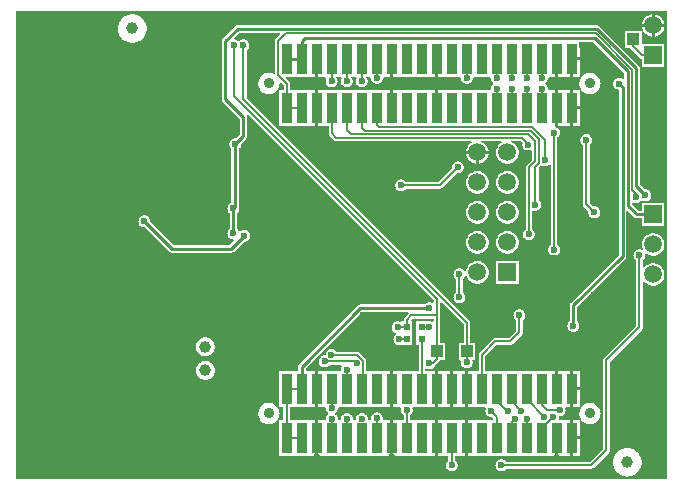
<source format=gbl>
%FSLAX24Y24*%
%MOIN*%
G70*
G01*
G75*
G04 Layer_Physical_Order=2*
G04 Layer_Color=16711680*
%ADD10C,0.0060*%
%ADD11O,0.0256X0.0079*%
%ADD12O,0.0079X0.0256*%
%ADD13R,0.1850X0.1850*%
%ADD14R,0.0295X0.0315*%
%ADD15R,0.0197X0.0256*%
%ADD16C,0.0394*%
%ADD17R,0.1181X0.0300*%
%ADD18R,0.2000X0.0950*%
%ADD19R,0.0299X0.0945*%
%ADD20R,0.0400X0.0300*%
%ADD21C,0.0098*%
G04:AMPARAMS|DCode=22|XSize=47.2mil|YSize=43.3mil|CornerRadius=0mil|HoleSize=0mil|Usage=FLASHONLY|Rotation=45.000|XOffset=0mil|YOffset=0mil|HoleType=Round|Shape=Rectangle|*
%AMROTATEDRECTD22*
4,1,4,-0.0014,-0.0320,-0.0320,-0.0014,0.0014,0.0320,0.0320,0.0014,-0.0014,-0.0320,0.0*
%
%ADD22ROTATEDRECTD22*%

%ADD23R,0.1083X0.0350*%
%ADD24R,0.0197X0.0236*%
%ADD25R,0.0315X0.0295*%
%ADD26R,0.0236X0.0157*%
%ADD27R,0.0236X0.0217*%
%ADD28C,0.0079*%
G04:AMPARAMS|DCode=29|XSize=19.7mil|YSize=23.6mil|CornerRadius=0mil|HoleSize=0mil|Usage=FLASHONLY|Rotation=45.000|XOffset=0mil|YOffset=0mil|HoleType=Round|Shape=Rectangle|*
%AMROTATEDRECTD29*
4,1,4,0.0014,-0.0153,-0.0153,0.0014,-0.0014,0.0153,0.0153,-0.0014,0.0014,-0.0153,0.0*
%
%ADD29ROTATEDRECTD29*%

%ADD30R,0.0217X0.0236*%
%ADD31R,0.0394X0.0709*%
%ADD32R,0.0236X0.0197*%
%ADD33C,0.0090*%
%ADD34C,0.0080*%
%ADD35C,0.0300*%
%ADD36C,0.0150*%
%ADD37C,0.0100*%
%ADD38C,0.0591*%
%ADD39R,0.0591X0.0591*%
%ADD40C,0.0354*%
%ADD41C,0.0236*%
%ADD42R,0.0354X0.1043*%
%ADD43R,0.0394X0.0394*%
%ADD44R,0.0394X0.0394*%
G36*
X21829Y131D02*
X131D01*
Y15729D01*
X21829D01*
Y131D01*
D02*
G37*
%LPC*%
G36*
X6434Y4871D02*
X6384Y4867D01*
X6336Y4855D01*
X6290Y4836D01*
X6247Y4810D01*
X6210Y4778D01*
X6177Y4740D01*
X6151Y4698D01*
X6132Y4652D01*
X6121Y4603D01*
X6117Y4554D01*
X6121Y4504D01*
X6132Y4456D01*
X6151Y4410D01*
X6177Y4367D01*
X6210Y4329D01*
X6247Y4297D01*
X6290Y4271D01*
X6336Y4252D01*
X6384Y4240D01*
X6434Y4236D01*
X6483Y4240D01*
X6532Y4252D01*
X6578Y4271D01*
X6620Y4297D01*
X6658Y4329D01*
X6690Y4367D01*
X6716Y4410D01*
X6736Y4456D01*
X6747Y4504D01*
X6751Y4554D01*
X6747Y4603D01*
X6736Y4652D01*
X6716Y4698D01*
X6690Y4740D01*
X6658Y4778D01*
X6620Y4810D01*
X6578Y4836D01*
X6532Y4855D01*
X6483Y4867D01*
X6434Y4871D01*
D02*
G37*
G36*
X10634Y4475D02*
X10595Y4472D01*
X10558Y4460D01*
X10523Y4442D01*
X10493Y4417D01*
X10468Y4387D01*
X10450Y4353D01*
X10439Y4315D01*
X10435Y4276D01*
X10420Y4262D01*
X10414Y4262D01*
X10375Y4258D01*
X10338Y4247D01*
X10303Y4229D01*
X10273Y4204D01*
X10248Y4174D01*
X10230Y4139D01*
X10219Y4102D01*
X10215Y4063D01*
X10219Y4024D01*
X10230Y3987D01*
X10248Y3953D01*
X10273Y3922D01*
X10303Y3898D01*
X10338Y3879D01*
X10375Y3868D01*
X10414Y3864D01*
X10453Y3868D01*
X10490Y3879D01*
X10524Y3898D01*
X10555Y3922D01*
X10579Y3952D01*
X10968D01*
X10990Y3907D01*
X10984Y3901D01*
X10966Y3866D01*
X10955Y3829D01*
X10951Y3790D01*
X10951Y3788D01*
X10918Y3751D01*
X10200D01*
Y3149D01*
Y2547D01*
X10417D01*
X10451Y2510D01*
X10451Y2509D01*
X10455Y2470D01*
X10466Y2433D01*
X10484Y2398D01*
X10509Y2368D01*
X10527Y2354D01*
Y2304D01*
X10509Y2290D01*
X10484Y2259D01*
X10466Y2225D01*
X10455Y2188D01*
X10451Y2149D01*
X10418Y2113D01*
X10200D01*
Y1511D01*
Y909D01*
X12600D01*
Y1511D01*
Y2113D01*
X12381D01*
X12347Y2150D01*
X12349Y2170D01*
X12345Y2209D01*
X12334Y2246D01*
X12316Y2281D01*
X12291Y2311D01*
X12261Y2336D01*
X12226Y2354D01*
X12189Y2365D01*
X12150Y2369D01*
X12111Y2365D01*
X12074Y2354D01*
X12039Y2336D01*
X12009Y2311D01*
X11984Y2281D01*
X11966Y2246D01*
X11955Y2209D01*
X11951Y2170D01*
X11953Y2150D01*
X11926Y2120D01*
X11876D01*
X11849Y2149D01*
X11845Y2188D01*
X11834Y2225D01*
X11816Y2259D01*
X11791Y2290D01*
X11761Y2314D01*
X11726Y2333D01*
X11689Y2344D01*
X11650Y2348D01*
X11611Y2344D01*
X11574Y2333D01*
X11539Y2314D01*
X11509Y2290D01*
X11484Y2259D01*
X11466Y2225D01*
X11455Y2188D01*
X11451Y2149D01*
X11425Y2120D01*
X11375D01*
X11349Y2149D01*
X11345Y2188D01*
X11334Y2225D01*
X11316Y2259D01*
X11291Y2290D01*
X11261Y2314D01*
X11226Y2333D01*
X11189Y2344D01*
X11150Y2348D01*
X11111Y2344D01*
X11074Y2333D01*
X11039Y2314D01*
X11009Y2290D01*
X10984Y2259D01*
X10966Y2225D01*
X10955Y2188D01*
X10951Y2149D01*
X10925Y2120D01*
X10875D01*
X10849Y2149D01*
X10845Y2188D01*
X10834Y2225D01*
X10816Y2259D01*
X10791Y2290D01*
X10761Y2314D01*
Y2343D01*
X10791Y2368D01*
X10816Y2398D01*
X10834Y2433D01*
X10845Y2470D01*
X10849Y2509D01*
X10849Y2510D01*
X10883Y2547D01*
X12600D01*
Y3149D01*
Y3751D01*
X11801D01*
Y4090D01*
X11797Y4119D01*
X11786Y4145D01*
X11778Y4155D01*
X11768Y4168D01*
X11768Y4168D01*
X11582Y4355D01*
X11559Y4372D01*
X11551Y4376D01*
X11532Y4384D01*
X11504Y4387D01*
X10799D01*
X10775Y4417D01*
X10744Y4442D01*
X10710Y4460D01*
X10673Y4472D01*
X10634Y4475D01*
D02*
G37*
G36*
X18907Y3751D02*
X18700D01*
Y3199D01*
X18907D01*
Y3751D01*
D02*
G37*
G36*
X6434Y4083D02*
X6384Y4080D01*
X6336Y4068D01*
X6290Y4049D01*
X6247Y4023D01*
X6210Y3991D01*
X6177Y3953D01*
X6151Y3910D01*
X6132Y3864D01*
X6121Y3816D01*
X6117Y3766D01*
X6121Y3717D01*
X6132Y3668D01*
X6151Y3622D01*
X6177Y3580D01*
X6210Y3542D01*
X6247Y3510D01*
X6290Y3484D01*
X6336Y3465D01*
X6384Y3453D01*
X6434Y3449D01*
X6483Y3453D01*
X6532Y3465D01*
X6578Y3484D01*
X6620Y3510D01*
X6658Y3542D01*
X6690Y3580D01*
X6716Y3622D01*
X6736Y3668D01*
X6747Y3717D01*
X6751Y3766D01*
X6747Y3816D01*
X6736Y3864D01*
X6716Y3910D01*
X6690Y3953D01*
X6658Y3991D01*
X6620Y4023D01*
X6578Y4049D01*
X6532Y4068D01*
X6483Y4080D01*
X6434Y4083D01*
D02*
G37*
G36*
X16875Y7405D02*
X16125D01*
Y6655D01*
X16875D01*
Y7405D01*
D02*
G37*
G36*
X16500Y8406D02*
X16451Y8403D01*
X16403Y8393D01*
X16356Y8377D01*
X16312Y8356D01*
X16271Y8328D01*
X16234Y8296D01*
X16202Y8259D01*
X16174Y8218D01*
X16153Y8174D01*
X16137Y8127D01*
X16127Y8079D01*
X16124Y8030D01*
X16127Y7981D01*
X16137Y7933D01*
X16153Y7886D01*
X16174Y7842D01*
X16202Y7801D01*
X16234Y7764D01*
X16271Y7732D01*
X16312Y7704D01*
X16356Y7683D01*
X16403Y7667D01*
X16451Y7657D01*
X16500Y7654D01*
X16549Y7657D01*
X16597Y7667D01*
X16644Y7683D01*
X16688Y7704D01*
X16729Y7732D01*
X16766Y7764D01*
X16798Y7801D01*
X16826Y7842D01*
X16847Y7886D01*
X16863Y7933D01*
X16873Y7981D01*
X16876Y8030D01*
X16873Y8079D01*
X16863Y8127D01*
X16847Y8174D01*
X16826Y8218D01*
X16798Y8259D01*
X16766Y8296D01*
X16729Y8328D01*
X16688Y8356D01*
X16644Y8377D01*
X16597Y8393D01*
X16549Y8403D01*
X16500Y8406D01*
D02*
G37*
G36*
X21360Y8337D02*
X21311Y8334D01*
X21263Y8324D01*
X21216Y8309D01*
X21172Y8287D01*
X21131Y8259D01*
X21094Y8227D01*
X21062Y8190D01*
X21034Y8149D01*
X21013Y8105D01*
X20997Y8058D01*
X20987Y8010D01*
X20984Y7961D01*
X20987Y7912D01*
X20997Y7864D01*
X21013Y7817D01*
X21012Y7814D01*
X20972Y7785D01*
X20939Y7795D01*
X20900Y7799D01*
X20861Y7795D01*
X20824Y7784D01*
X20789Y7766D01*
X20759Y7741D01*
X20734Y7711D01*
X20716Y7676D01*
X20705Y7639D01*
X20701Y7600D01*
X20705Y7561D01*
X20716Y7524D01*
X20734Y7489D01*
X20759Y7459D01*
X20789Y7435D01*
Y5246D01*
X19722Y4178D01*
X19704Y4155D01*
X19701Y4148D01*
X19693Y4129D01*
X19689Y4100D01*
Y1146D01*
X19254Y711D01*
X16465D01*
X16441Y741D01*
X16411Y766D01*
X16376Y784D01*
X16339Y795D01*
X16300Y799D01*
X16261Y795D01*
X16224Y784D01*
X16189Y766D01*
X16159Y741D01*
X16134Y711D01*
X16116Y676D01*
X16105Y639D01*
X16101Y600D01*
X16105Y561D01*
X16116Y524D01*
X16134Y489D01*
X16159Y459D01*
X16189Y434D01*
X16224Y416D01*
X16261Y405D01*
X16300Y401D01*
X16339Y405D01*
X16376Y416D01*
X16411Y434D01*
X16441Y459D01*
X16465Y489D01*
X19300D01*
X19329Y493D01*
X19348Y501D01*
X19355Y504D01*
X19378Y522D01*
X19878Y1022D01*
X19896Y1045D01*
X19896Y1045D01*
X19896Y1045D01*
X19907Y1071D01*
X19911Y1100D01*
Y4054D01*
X20978Y5122D01*
X20996Y5145D01*
X21007Y5171D01*
X21011Y5200D01*
X21011Y5200D01*
X21011Y5200D01*
Y5200D01*
Y6722D01*
X21059Y6736D01*
X21062Y6732D01*
X21094Y6695D01*
X21131Y6663D01*
X21172Y6635D01*
X21216Y6614D01*
X21263Y6598D01*
X21311Y6588D01*
X21360Y6585D01*
X21409Y6588D01*
X21457Y6598D01*
X21504Y6614D01*
X21548Y6635D01*
X21589Y6663D01*
X21626Y6695D01*
X21658Y6732D01*
X21686Y6773D01*
X21707Y6817D01*
X21723Y6864D01*
X21733Y6912D01*
X21736Y6961D01*
X21733Y7010D01*
X21723Y7058D01*
X21707Y7105D01*
X21686Y7149D01*
X21658Y7190D01*
X21626Y7227D01*
X21589Y7259D01*
X21548Y7287D01*
X21504Y7309D01*
X21457Y7324D01*
X21409Y7334D01*
X21360Y7337D01*
X21311Y7334D01*
X21263Y7324D01*
X21216Y7309D01*
X21172Y7287D01*
X21131Y7259D01*
X21094Y7227D01*
X21062Y7190D01*
X21059Y7186D01*
X21011Y7200D01*
Y7435D01*
X21041Y7459D01*
X21066Y7489D01*
X21084Y7524D01*
X21095Y7561D01*
X21099Y7600D01*
X21096Y7632D01*
X21139Y7658D01*
X21172Y7635D01*
X21216Y7614D01*
X21263Y7598D01*
X21311Y7588D01*
X21360Y7585D01*
X21409Y7588D01*
X21457Y7598D01*
X21504Y7614D01*
X21548Y7635D01*
X21589Y7663D01*
X21626Y7695D01*
X21658Y7732D01*
X21686Y7773D01*
X21707Y7817D01*
X21723Y7864D01*
X21733Y7912D01*
X21736Y7961D01*
X21733Y8010D01*
X21723Y8058D01*
X21707Y8105D01*
X21686Y8149D01*
X21658Y8190D01*
X21626Y8227D01*
X21589Y8259D01*
X21548Y8287D01*
X21504Y8309D01*
X21457Y8324D01*
X21409Y8334D01*
X21360Y8337D01*
D02*
G37*
G36*
X15500Y7406D02*
X15451Y7403D01*
X15403Y7393D01*
X15356Y7377D01*
X15312Y7356D01*
X15271Y7328D01*
X15234Y7296D01*
X15202Y7259D01*
X15174Y7218D01*
X15153Y7174D01*
X15137Y7127D01*
X15127Y7079D01*
X15126Y7069D01*
X15078Y7058D01*
X15066Y7081D01*
X15041Y7111D01*
X15011Y7136D01*
X14976Y7154D01*
X14939Y7165D01*
X14900Y7169D01*
X14861Y7165D01*
X14824Y7154D01*
X14789Y7136D01*
X14759Y7111D01*
X14734Y7081D01*
X14716Y7046D01*
X14705Y7009D01*
X14701Y6970D01*
X14705Y6931D01*
X14716Y6894D01*
X14734Y6859D01*
X14759Y6829D01*
X14789Y6805D01*
Y6365D01*
X14759Y6341D01*
X14734Y6311D01*
X14716Y6276D01*
X14705Y6239D01*
X14701Y6200D01*
X14705Y6161D01*
X14716Y6124D01*
X14734Y6089D01*
X14759Y6059D01*
X14789Y6034D01*
X14824Y6016D01*
X14861Y6005D01*
X14900Y6001D01*
X14939Y6005D01*
X14976Y6016D01*
X15011Y6034D01*
X15041Y6059D01*
X15066Y6089D01*
X15084Y6124D01*
X15095Y6161D01*
X15099Y6200D01*
X15095Y6239D01*
X15084Y6276D01*
X15066Y6311D01*
X15041Y6341D01*
X15011Y6365D01*
Y6805D01*
X15041Y6829D01*
X15066Y6859D01*
X15084Y6894D01*
X15091Y6918D01*
X15141Y6919D01*
X15153Y6886D01*
X15174Y6842D01*
X15202Y6801D01*
X15234Y6764D01*
X15271Y6732D01*
X15312Y6704D01*
X15356Y6683D01*
X15403Y6667D01*
X15451Y6657D01*
X15500Y6654D01*
X15549Y6657D01*
X15597Y6667D01*
X15644Y6683D01*
X15688Y6704D01*
X15729Y6732D01*
X15766Y6764D01*
X15798Y6801D01*
X15826Y6842D01*
X15847Y6886D01*
X15863Y6933D01*
X15873Y6981D01*
X15876Y7030D01*
X15873Y7079D01*
X15863Y7127D01*
X15847Y7174D01*
X15826Y7218D01*
X15798Y7259D01*
X15766Y7296D01*
X15729Y7328D01*
X15688Y7356D01*
X15644Y7377D01*
X15597Y7393D01*
X15549Y7403D01*
X15500Y7406D01*
D02*
G37*
G36*
Y8406D02*
X15451Y8403D01*
X15403Y8393D01*
X15356Y8377D01*
X15312Y8356D01*
X15271Y8328D01*
X15234Y8296D01*
X15202Y8259D01*
X15174Y8218D01*
X15153Y8174D01*
X15137Y8127D01*
X15127Y8079D01*
X15124Y8030D01*
X15127Y7981D01*
X15137Y7933D01*
X15153Y7886D01*
X15174Y7842D01*
X15202Y7801D01*
X15234Y7764D01*
X15271Y7732D01*
X15312Y7704D01*
X15356Y7683D01*
X15403Y7667D01*
X15451Y7657D01*
X15500Y7654D01*
X15549Y7657D01*
X15597Y7667D01*
X15644Y7683D01*
X15688Y7704D01*
X15729Y7732D01*
X15766Y7764D01*
X15798Y7801D01*
X15826Y7842D01*
X15847Y7886D01*
X15863Y7933D01*
X15873Y7981D01*
X15876Y8030D01*
X15873Y8079D01*
X15863Y8127D01*
X15847Y8174D01*
X15826Y8218D01*
X15798Y8259D01*
X15766Y8296D01*
X15729Y8328D01*
X15688Y8356D01*
X15644Y8377D01*
X15597Y8393D01*
X15549Y8403D01*
X15500Y8406D01*
D02*
G37*
G36*
X18907Y3099D02*
X18700D01*
Y2547D01*
X18907D01*
Y3099D01*
D02*
G37*
G36*
X16900Y5799D02*
X16861Y5795D01*
X16824Y5784D01*
X16789Y5766D01*
X16759Y5741D01*
X16734Y5711D01*
X16716Y5676D01*
X16705Y5639D01*
X16701Y5600D01*
X16705Y5561D01*
X16716Y5524D01*
X16734Y5489D01*
X16759Y5459D01*
X16789Y5435D01*
Y5076D01*
X16554Y4841D01*
X16100D01*
X16071Y4837D01*
X16045Y4826D01*
X16022Y4808D01*
X15572Y4358D01*
X15554Y4335D01*
X15543Y4309D01*
X15539Y4280D01*
Y3751D01*
X15200D01*
Y3149D01*
Y2547D01*
X15765D01*
X15791Y2504D01*
X15786Y2495D01*
X15775Y2458D01*
X15771Y2419D01*
X15775Y2380D01*
X15786Y2343D01*
X15804Y2308D01*
X15829Y2278D01*
X15859Y2253D01*
X15894Y2235D01*
X15931Y2224D01*
X15970Y2220D01*
X15972Y2220D01*
X16033Y2159D01*
X16014Y2113D01*
X15200D01*
Y1511D01*
Y909D01*
X18100D01*
Y1511D01*
X18200D01*
Y909D01*
X18600D01*
Y1511D01*
Y2113D01*
X18248D01*
X18219Y2153D01*
X18227Y2180D01*
X18231Y2219D01*
X18230Y2230D01*
X18240Y2240D01*
X18279Y2244D01*
X18316Y2255D01*
X18351Y2273D01*
X18381Y2298D01*
X18406Y2328D01*
X18424Y2363D01*
X18435Y2400D01*
X18439Y2439D01*
X18435Y2478D01*
X18424Y2515D01*
X18443Y2547D01*
X18600D01*
Y3149D01*
Y3751D01*
X18200D01*
Y3149D01*
X18100D01*
Y3751D01*
X15761D01*
Y4234D01*
X16146Y4619D01*
X16600D01*
X16629Y4623D01*
X16648Y4631D01*
X16655Y4634D01*
X16678Y4652D01*
X16978Y4952D01*
X16996Y4975D01*
X16999Y4982D01*
X17007Y5001D01*
X17011Y5030D01*
Y5435D01*
X17041Y5459D01*
X17066Y5489D01*
X17084Y5524D01*
X17095Y5561D01*
X17099Y5600D01*
X17095Y5639D01*
X17084Y5676D01*
X17066Y5711D01*
X17041Y5741D01*
X17011Y5766D01*
X16976Y5784D01*
X16939Y5795D01*
X16900Y5799D01*
D02*
G37*
G36*
X18907Y1461D02*
X18700D01*
Y909D01*
X18907D01*
Y1461D01*
D02*
G37*
G36*
X20500Y1176D02*
X20447Y1173D01*
X20394Y1164D01*
X20343Y1150D01*
X20293Y1129D01*
X20247Y1103D01*
X20203Y1072D01*
X20163Y1037D01*
X20128Y997D01*
X20097Y953D01*
X20071Y907D01*
X20050Y857D01*
X20036Y806D01*
X20027Y753D01*
X20024Y700D01*
X20027Y647D01*
X20036Y594D01*
X20050Y543D01*
X20071Y493D01*
X20097Y447D01*
X20128Y403D01*
X20163Y363D01*
X20203Y328D01*
X20247Y297D01*
X20293Y271D01*
X20343Y250D01*
X20394Y236D01*
X20447Y227D01*
X20500Y224D01*
X20553Y227D01*
X20606Y236D01*
X20657Y250D01*
X20707Y271D01*
X20753Y297D01*
X20797Y328D01*
X20837Y363D01*
X20872Y403D01*
X20903Y447D01*
X20929Y493D01*
X20950Y543D01*
X20964Y594D01*
X20973Y647D01*
X20976Y700D01*
X20973Y753D01*
X20964Y806D01*
X20950Y857D01*
X20929Y907D01*
X20903Y953D01*
X20872Y997D01*
X20837Y1037D01*
X20797Y1072D01*
X20753Y1103D01*
X20707Y1129D01*
X20657Y1150D01*
X20606Y1164D01*
X20553Y1173D01*
X20500Y1176D01*
D02*
G37*
G36*
X15100Y2113D02*
X14200D01*
Y1511D01*
Y909D01*
X14529D01*
Y757D01*
X14509Y741D01*
X14484Y711D01*
X14466Y676D01*
X14455Y639D01*
X14451Y600D01*
X14455Y561D01*
X14466Y524D01*
X14484Y489D01*
X14509Y459D01*
X14539Y434D01*
X14574Y416D01*
X14611Y405D01*
X14650Y401D01*
X14689Y405D01*
X14726Y416D01*
X14761Y434D01*
X14791Y459D01*
X14816Y489D01*
X14834Y524D01*
X14845Y561D01*
X14849Y600D01*
X14845Y639D01*
X14834Y676D01*
X14816Y711D01*
X14791Y741D01*
X14771Y757D01*
Y909D01*
X15100D01*
Y1511D01*
Y2113D01*
D02*
G37*
G36*
X18907D02*
X18700D01*
Y1561D01*
X18907D01*
Y2113D01*
D02*
G37*
G36*
X14600Y3751D02*
X14200D01*
Y3149D01*
Y2547D01*
X14600D01*
Y3149D01*
Y3751D01*
D02*
G37*
G36*
X15100D02*
X14700D01*
Y3149D01*
Y2547D01*
X15100D01*
Y3149D01*
Y3751D01*
D02*
G37*
G36*
X8550Y2686D02*
X8503Y2683D01*
X8457Y2674D01*
X8413Y2659D01*
X8371Y2639D01*
X8333Y2613D01*
X8298Y2582D01*
X8267Y2547D01*
X8241Y2508D01*
X8220Y2466D01*
X8205Y2422D01*
X8196Y2377D01*
X8193Y2330D01*
X8196Y2283D01*
X8205Y2238D01*
X8220Y2194D01*
X8241Y2152D01*
X8267Y2113D01*
X8298Y2078D01*
X8333Y2047D01*
X8371Y2021D01*
X8413Y2001D01*
X8457Y1986D01*
X8503Y1977D01*
X8550Y1974D01*
X8596Y1977D01*
X8642Y1986D01*
X8686Y2001D01*
X8728Y2021D01*
X8767Y2047D01*
X8802Y2078D01*
X8832Y2113D01*
X8858Y2152D01*
X8879Y2194D01*
X8894Y2238D01*
X8903Y2283D01*
X8906Y2330D01*
X8903Y2377D01*
X8894Y2422D01*
X8879Y2466D01*
X8858Y2508D01*
X8832Y2547D01*
X8802Y2582D01*
X8767Y2613D01*
X8728Y2639D01*
X8686Y2659D01*
X8642Y2674D01*
X8596Y2683D01*
X8550Y2686D01*
D02*
G37*
G36*
X19250D02*
X19204Y2683D01*
X19158Y2674D01*
X19114Y2659D01*
X19072Y2639D01*
X19033Y2613D01*
X18998Y2582D01*
X18968Y2547D01*
X18942Y2508D01*
X18921Y2466D01*
X18906Y2422D01*
X18897Y2377D01*
X18894Y2330D01*
X18897Y2283D01*
X18906Y2238D01*
X18921Y2194D01*
X18942Y2152D01*
X18968Y2113D01*
X18998Y2078D01*
X19033Y2047D01*
X19072Y2021D01*
X19114Y2001D01*
X19158Y1986D01*
X19204Y1977D01*
X19250Y1974D01*
X19297Y1977D01*
X19343Y1986D01*
X19387Y2001D01*
X19429Y2021D01*
X19467Y2047D01*
X19502Y2078D01*
X19533Y2113D01*
X19559Y2152D01*
X19580Y2194D01*
X19595Y2238D01*
X19604Y2283D01*
X19607Y2330D01*
X19604Y2377D01*
X19595Y2422D01*
X19580Y2466D01*
X19559Y2508D01*
X19533Y2547D01*
X19502Y2582D01*
X19467Y2613D01*
X19429Y2639D01*
X19387Y2659D01*
X19343Y2674D01*
X19297Y2683D01*
X19250Y2686D01*
D02*
G37*
G36*
X18907Y14099D02*
X18700D01*
Y13547D01*
X18907D01*
Y14099D01*
D02*
G37*
G36*
X20977Y15077D02*
X20423D01*
Y14523D01*
X20586D01*
X20589Y14514D01*
X20600Y14493D01*
X20615Y14475D01*
X20915Y14175D01*
X20915Y14175D01*
X20915Y14175D01*
X20915Y14175D01*
X20933Y14160D01*
X20954Y14149D01*
X20976Y14142D01*
X20985Y14141D01*
Y13885D01*
X21735D01*
Y14635D01*
X20985D01*
D01*
X20985D01*
X20977Y14643D01*
Y15077D01*
D02*
G37*
G36*
X19480Y15276D02*
X7510D01*
X7485Y15273D01*
X7462Y15266D01*
X7440Y15254D01*
X7421Y15239D01*
X7011Y14829D01*
X6996Y14810D01*
X6984Y14788D01*
X6977Y14764D01*
X6974Y14740D01*
Y12800D01*
X6977Y12775D01*
X6984Y12752D01*
X6996Y12730D01*
X7011Y12711D01*
X7574Y12148D01*
Y11622D01*
X7450Y11497D01*
X7430Y11499D01*
X7391Y11495D01*
X7354Y11484D01*
X7319Y11466D01*
X7289Y11441D01*
X7264Y11411D01*
X7246Y11376D01*
X7235Y11339D01*
X7231Y11300D01*
X7235Y11261D01*
X7246Y11224D01*
X7264Y11189D01*
X7289Y11159D01*
X7304Y11147D01*
Y9347D01*
X7294Y9344D01*
X7259Y9326D01*
X7229Y9301D01*
X7204Y9271D01*
X7186Y9236D01*
X7175Y9199D01*
X7171Y9160D01*
X7175Y9121D01*
X7186Y9084D01*
X7204Y9049D01*
X7229Y9019D01*
X7244Y9007D01*
Y8483D01*
X7229Y8471D01*
X7204Y8441D01*
X7186Y8406D01*
X7175Y8369D01*
X7171Y8330D01*
X7175Y8291D01*
X7186Y8254D01*
X7204Y8219D01*
X7229Y8189D01*
X7259Y8164D01*
X7294Y8146D01*
X7331Y8135D01*
X7369Y8131D01*
X7370Y8129D01*
X7376Y8073D01*
X7238Y7936D01*
X5372D01*
X4597Y8710D01*
X4599Y8730D01*
X4595Y8769D01*
X4584Y8806D01*
X4566Y8841D01*
X4541Y8871D01*
X4511Y8896D01*
X4476Y8914D01*
X4439Y8925D01*
X4400Y8929D01*
X4361Y8925D01*
X4324Y8914D01*
X4289Y8896D01*
X4259Y8871D01*
X4234Y8841D01*
X4216Y8806D01*
X4205Y8769D01*
X4201Y8730D01*
X4205Y8691D01*
X4216Y8654D01*
X4234Y8619D01*
X4259Y8589D01*
X4289Y8564D01*
X4324Y8546D01*
X4361Y8535D01*
X4400Y8531D01*
X4420Y8533D01*
X5231Y7721D01*
X5250Y7706D01*
X5272Y7694D01*
X5272Y7694D01*
X5272Y7694D01*
D01*
X5272Y7694D01*
X5272Y7694D01*
X5296Y7687D01*
X5320Y7684D01*
X7290D01*
X7315Y7687D01*
X7338Y7694D01*
X7338Y7694D01*
X7338Y7694D01*
X7360Y7706D01*
X7379Y7721D01*
X7710Y8053D01*
X7730Y8051D01*
X7769Y8055D01*
X7806Y8066D01*
X7841Y8084D01*
X7871Y8109D01*
X7896Y8139D01*
X7914Y8174D01*
X7925Y8211D01*
X7929Y8250D01*
X7925Y8289D01*
X7914Y8326D01*
X7896Y8361D01*
X7871Y8391D01*
X7841Y8416D01*
X7806Y8434D01*
X7769Y8445D01*
X7730Y8449D01*
X7691Y8445D01*
X7654Y8434D01*
X7619Y8416D01*
X7601Y8400D01*
X7552Y8410D01*
X7536Y8441D01*
X7511Y8471D01*
X7496Y8483D01*
Y9007D01*
X7511Y9019D01*
X7536Y9049D01*
X7554Y9084D01*
X7565Y9121D01*
X7569Y9160D01*
X7565Y9199D01*
X7556Y9231D01*
Y11147D01*
X7571Y11159D01*
X7596Y11189D01*
X7614Y11224D01*
X7625Y11261D01*
X7629Y11300D01*
X7627Y11320D01*
X7789Y11481D01*
X7804Y11500D01*
X7816Y11522D01*
X7823Y11545D01*
X7826Y11570D01*
Y12200D01*
X7823Y12225D01*
X7816Y12248D01*
X7806Y12267D01*
X7846Y12297D01*
X14039Y6104D01*
Y6039D01*
X13996Y6013D01*
X13976Y6024D01*
X13939Y6035D01*
X13900Y6039D01*
X13861Y6035D01*
X13824Y6024D01*
X13789Y6006D01*
X13759Y5981D01*
X13747Y5966D01*
X11600D01*
X11575Y5963D01*
X11552Y5956D01*
X11530Y5944D01*
X11511Y5929D01*
X9561Y3979D01*
X9546Y3960D01*
X9534Y3938D01*
X9527Y3914D01*
X9524Y3890D01*
Y3751D01*
X8893D01*
Y2547D01*
X9029D01*
Y2113D01*
X8893D01*
Y909D01*
X10100D01*
Y1511D01*
Y2113D01*
X9271D01*
Y2547D01*
X10100D01*
Y3149D01*
Y3751D01*
X9776D01*
Y3838D01*
X11652Y5714D01*
X13192D01*
X13211Y5668D01*
X13072Y5528D01*
X13054Y5505D01*
X13051Y5498D01*
X13043Y5479D01*
X13039Y5450D01*
Y5395D01*
X12962D01*
X12962Y5395D01*
X12920Y5379D01*
X12916Y5381D01*
X12879Y5392D01*
X12840Y5396D01*
X12801Y5392D01*
X12764Y5381D01*
X12729Y5362D01*
X12699Y5338D01*
X12674Y5307D01*
X12656Y5273D01*
X12645Y5236D01*
X12641Y5197D01*
X12645Y5158D01*
X12656Y5121D01*
X12674Y5086D01*
X12699Y5056D01*
X12729Y5031D01*
X12764Y5013D01*
X12766Y5012D01*
X12774Y4998D01*
X12781Y4962D01*
X12759Y4944D01*
X12734Y4914D01*
X12716Y4879D01*
X12705Y4842D01*
X12701Y4803D01*
X12705Y4764D01*
X12716Y4727D01*
X12734Y4693D01*
X12759Y4662D01*
X12789Y4638D01*
X12824Y4619D01*
X12861Y4608D01*
X12900Y4604D01*
X12939Y4608D01*
X12952Y4612D01*
X12962Y4605D01*
Y4605D01*
X13338D01*
Y4999D01*
Y5395D01*
X13317D01*
X13298Y5441D01*
X13346Y5489D01*
X14039D01*
Y5396D01*
X13996Y5370D01*
X13976Y5381D01*
X13939Y5392D01*
X13900Y5396D01*
X13861Y5392D01*
X13848Y5388D01*
X13838Y5395D01*
Y5395D01*
X13462D01*
Y4999D01*
Y4605D01*
X13539D01*
Y3751D01*
X12700D01*
Y3149D01*
Y2547D01*
X12934D01*
X12963Y2507D01*
X12955Y2479D01*
X12951Y2440D01*
X12955Y2401D01*
X12966Y2364D01*
X12984Y2329D01*
X13009Y2299D01*
X13039Y2275D01*
Y2113D01*
X12700D01*
Y1511D01*
Y909D01*
X14100D01*
Y1511D01*
Y2113D01*
X13261D01*
Y2275D01*
X13291Y2299D01*
X13316Y2329D01*
X13334Y2364D01*
X13345Y2401D01*
X13349Y2440D01*
X13345Y2479D01*
X13334Y2516D01*
X13353Y2547D01*
X14100D01*
Y3149D01*
Y3751D01*
X13761D01*
Y3801D01*
X13804Y3827D01*
X13824Y3816D01*
X13861Y3805D01*
X13900Y3801D01*
X13939Y3805D01*
X13976Y3816D01*
X14011Y3834D01*
X14041Y3859D01*
X14066Y3889D01*
X14079Y3914D01*
X14088Y3922D01*
X14228Y4062D01*
X14246Y4085D01*
X14249Y4092D01*
X14257Y4111D01*
X14259Y4123D01*
X14427D01*
Y4677D01*
X14261D01*
Y6017D01*
X14307Y6036D01*
X15039Y5304D01*
Y4677D01*
X14873D01*
Y4123D01*
X14929D01*
X14959Y4083D01*
X14955Y4069D01*
X14951Y4030D01*
X14955Y3991D01*
X14966Y3954D01*
X14984Y3919D01*
X15009Y3889D01*
X15039Y3864D01*
X15074Y3846D01*
X15111Y3835D01*
X15150Y3831D01*
X15189Y3835D01*
X15226Y3846D01*
X15261Y3864D01*
X15291Y3889D01*
X15316Y3919D01*
X15334Y3954D01*
X15345Y3991D01*
X15349Y4030D01*
X15345Y4069D01*
X15334Y4106D01*
X15344Y4123D01*
X15427D01*
Y4677D01*
X15261D01*
Y5350D01*
X15257Y5379D01*
X15246Y5405D01*
X15228Y5428D01*
X7811Y12846D01*
Y14435D01*
X7841Y14459D01*
X7866Y14489D01*
X7884Y14524D01*
X7895Y14561D01*
X7899Y14600D01*
X7895Y14639D01*
X7884Y14676D01*
X7866Y14711D01*
X7841Y14741D01*
X7811Y14766D01*
X7776Y14784D01*
X7739Y14795D01*
X7700Y14799D01*
X7661Y14795D01*
X7624Y14784D01*
X7589Y14766D01*
X7559Y14741D01*
X7531D01*
X7501Y14766D01*
X7466Y14784D01*
X7429Y14795D01*
X7390Y14799D01*
X7385Y14848D01*
X7562Y15024D01*
X8912D01*
X8931Y14978D01*
X8782Y14828D01*
X8764Y14805D01*
X8761Y14798D01*
X8753Y14779D01*
X8749Y14750D01*
Y13675D01*
X8707Y13649D01*
X8686Y13659D01*
X8642Y13674D01*
X8596Y13683D01*
X8550Y13686D01*
X8503Y13683D01*
X8457Y13674D01*
X8413Y13659D01*
X8371Y13639D01*
X8333Y13613D01*
X8298Y13582D01*
X8267Y13547D01*
X8241Y13508D01*
X8220Y13466D01*
X8205Y13422D01*
X8196Y13377D01*
X8193Y13330D01*
X8196Y13283D01*
X8205Y13238D01*
X8220Y13194D01*
X8241Y13152D01*
X8267Y13113D01*
X8298Y13078D01*
X8333Y13047D01*
X8371Y13021D01*
X8413Y13001D01*
X8457Y12986D01*
X8503Y12977D01*
X8550Y12974D01*
X8596Y12977D01*
X8642Y12986D01*
X8686Y13001D01*
X8728Y13021D01*
X8767Y13047D01*
X8802Y13078D01*
X8832Y13113D01*
X8858Y13152D01*
X8879Y13194D01*
X8894Y13238D01*
X8903Y13283D01*
X8906Y13330D01*
X8906Y13331D01*
X8951Y13352D01*
X9039Y13264D01*
Y13113D01*
X8893D01*
Y11909D01*
X10100D01*
Y12511D01*
Y13113D01*
X9261D01*
Y13310D01*
X9257Y13339D01*
X9246Y13365D01*
X9228Y13388D01*
X9116Y13501D01*
X9135Y13547D01*
X10100D01*
Y14149D01*
X10200D01*
Y13547D01*
X10430D01*
X10461Y13522D01*
X10471Y13504D01*
X10456Y13476D01*
X10445Y13439D01*
X10441Y13400D01*
X10445Y13361D01*
X10456Y13324D01*
X10474Y13289D01*
X10499Y13259D01*
X10529Y13234D01*
X10564Y13216D01*
X10601Y13205D01*
X10640Y13201D01*
X10679Y13205D01*
X10716Y13216D01*
X10751Y13234D01*
X10781Y13259D01*
X10806Y13289D01*
X10824Y13324D01*
X10835Y13361D01*
X10839Y13400D01*
X10835Y13439D01*
X10824Y13476D01*
X10806Y13511D01*
X10781Y13541D01*
X10783Y13547D01*
X10940D01*
X10971Y13522D01*
X10981Y13504D01*
X10966Y13476D01*
X10955Y13439D01*
X10951Y13400D01*
X10955Y13361D01*
X10966Y13324D01*
X10984Y13289D01*
X11009Y13259D01*
X11039Y13234D01*
X11074Y13216D01*
X11111Y13205D01*
X11150Y13201D01*
X11189Y13205D01*
X11226Y13216D01*
X11261Y13234D01*
X11291Y13259D01*
X11316Y13289D01*
X11334Y13324D01*
X11345Y13361D01*
X11349Y13400D01*
X11345Y13439D01*
X11334Y13476D01*
X11316Y13511D01*
X11291Y13541D01*
X11293Y13547D01*
X11440D01*
X11471Y13522D01*
X11481Y13504D01*
X11466Y13476D01*
X11455Y13439D01*
X11451Y13400D01*
X11455Y13361D01*
X11466Y13324D01*
X11484Y13289D01*
X11509Y13259D01*
X11539Y13234D01*
X11574Y13216D01*
X11611Y13205D01*
X11650Y13201D01*
X11689Y13205D01*
X11726Y13216D01*
X11761Y13234D01*
X11791Y13259D01*
X11816Y13289D01*
X11834Y13324D01*
X11845Y13361D01*
X11849Y13400D01*
X11845Y13439D01*
X11834Y13476D01*
X11816Y13511D01*
X11791Y13541D01*
X11793Y13547D01*
X11917D01*
X11951Y13510D01*
X11951Y13509D01*
X11955Y13470D01*
X11966Y13433D01*
X11984Y13398D01*
X12009Y13368D01*
X12039Y13343D01*
X12074Y13325D01*
X12111Y13314D01*
X12150Y13310D01*
X12189Y13314D01*
X12226Y13325D01*
X12261Y13343D01*
X12291Y13368D01*
X12316Y13398D01*
X12334Y13433D01*
X12345Y13470D01*
X12349Y13509D01*
X12349Y13510D01*
X12383Y13547D01*
X12600D01*
Y14149D01*
X12700D01*
Y13547D01*
X14100D01*
Y14149D01*
X14200D01*
Y13547D01*
X14917D01*
X14951Y13510D01*
X14951Y13509D01*
X14955Y13470D01*
X14966Y13433D01*
X14984Y13398D01*
X15009Y13368D01*
X15039Y13343D01*
X15074Y13325D01*
X15111Y13314D01*
X15150Y13310D01*
X15189Y13314D01*
X15226Y13325D01*
X15261Y13343D01*
X15291Y13368D01*
X15316Y13398D01*
X15334Y13433D01*
X15345Y13470D01*
X15349Y13509D01*
X15349Y13510D01*
X15383Y13547D01*
X15917D01*
X15951Y13510D01*
X15951Y13509D01*
X15955Y13470D01*
X15966Y13433D01*
X15984Y13398D01*
X16009Y13368D01*
X16027Y13354D01*
Y13304D01*
X16009Y13290D01*
X15984Y13259D01*
X15966Y13225D01*
X15955Y13188D01*
X15951Y13149D01*
X15918Y13113D01*
X14200D01*
Y12511D01*
X14100D01*
Y13113D01*
X12700D01*
Y12511D01*
X12600D01*
Y13113D01*
X10200D01*
Y12511D01*
Y11909D01*
X10539D01*
Y11660D01*
X10543Y11631D01*
X10551Y11612D01*
X10554Y11605D01*
X10572Y11582D01*
X10722Y11432D01*
X10745Y11414D01*
X10771Y11403D01*
X10800Y11399D01*
X15291D01*
X15291Y11398D01*
X15305Y11351D01*
X15271Y11328D01*
X15234Y11296D01*
X15202Y11259D01*
X15174Y11218D01*
X15153Y11174D01*
X15137Y11127D01*
X15127Y11080D01*
X15873D01*
X15863Y11127D01*
X15847Y11174D01*
X15826Y11218D01*
X15798Y11259D01*
X15766Y11296D01*
X15729Y11328D01*
X15688Y11356D01*
X15644Y11377D01*
X15597Y11393D01*
X15598Y11399D01*
X16291D01*
X16291Y11398D01*
X16305Y11351D01*
X16271Y11328D01*
X16234Y11296D01*
X16202Y11259D01*
X16174Y11218D01*
X16153Y11174D01*
X16137Y11127D01*
X16127Y11079D01*
X16124Y11030D01*
X16127Y10981D01*
X16137Y10933D01*
X16153Y10886D01*
X16174Y10842D01*
X16202Y10801D01*
X16234Y10764D01*
X16271Y10732D01*
X16312Y10704D01*
X16356Y10683D01*
X16403Y10667D01*
X16451Y10657D01*
X16500Y10654D01*
X16549Y10657D01*
X16597Y10667D01*
X16644Y10683D01*
X16688Y10704D01*
X16729Y10732D01*
X16766Y10764D01*
X16798Y10801D01*
X16826Y10842D01*
X16847Y10886D01*
X16863Y10933D01*
X16873Y10981D01*
X16876Y11030D01*
X16873Y11079D01*
X16863Y11127D01*
X16847Y11174D01*
X16826Y11218D01*
X16798Y11259D01*
X16766Y11296D01*
X16729Y11328D01*
X16688Y11356D01*
X16644Y11377D01*
X16597Y11393D01*
X16598Y11399D01*
X16954D01*
X17009Y11344D01*
X17005Y11329D01*
X17001Y11290D01*
X17005Y11251D01*
X17016Y11214D01*
X17034Y11179D01*
X17059Y11149D01*
X17089Y11124D01*
X17124Y11106D01*
X17161Y11095D01*
X17200Y11091D01*
X17239Y11095D01*
X17276Y11106D01*
X17319Y11026D01*
Y10782D01*
X17142Y10604D01*
X17124Y10581D01*
X17113Y10554D01*
X17109Y10526D01*
Y8465D01*
X17079Y8441D01*
X17054Y8411D01*
X17036Y8376D01*
X17025Y8339D01*
X17021Y8300D01*
X17025Y8261D01*
X17036Y8224D01*
X17054Y8189D01*
X17079Y8159D01*
X17109Y8134D01*
X17144Y8116D01*
X17181Y8105D01*
X17220Y8101D01*
X17259Y8105D01*
X17296Y8116D01*
X17331Y8134D01*
X17361Y8159D01*
X17386Y8189D01*
X17404Y8224D01*
X17415Y8261D01*
X17419Y8300D01*
X17415Y8339D01*
X17404Y8376D01*
X17386Y8411D01*
X17361Y8441D01*
X17331Y8465D01*
Y9061D01*
X17371Y9091D01*
X17391Y9085D01*
X17430Y9081D01*
X17469Y9085D01*
X17506Y9096D01*
X17541Y9114D01*
X17571Y9139D01*
X17596Y9169D01*
X17614Y9204D01*
X17625Y9241D01*
X17629Y9280D01*
X17625Y9319D01*
X17614Y9356D01*
X17596Y9391D01*
X17571Y9421D01*
X17541Y9445D01*
Y10504D01*
X17628Y10592D01*
X17637Y10603D01*
X17649Y10604D01*
X17684Y10586D01*
X17721Y10575D01*
X17760Y10571D01*
X17799Y10575D01*
X17836Y10586D01*
X17871Y10604D01*
X17901Y10629D01*
X17902Y10631D01*
X17949Y10614D01*
Y7955D01*
X17919Y7931D01*
X17894Y7901D01*
X17876Y7866D01*
X17865Y7829D01*
X17861Y7790D01*
X17865Y7751D01*
X17876Y7714D01*
X17894Y7679D01*
X17919Y7649D01*
X17949Y7624D01*
X17984Y7606D01*
X18021Y7595D01*
X18060Y7591D01*
X18099Y7595D01*
X18136Y7606D01*
X18171Y7624D01*
X18201Y7649D01*
X18226Y7679D01*
X18244Y7714D01*
X18255Y7751D01*
X18259Y7790D01*
X18255Y7829D01*
X18244Y7866D01*
X18226Y7901D01*
X18201Y7931D01*
X18171Y7955D01*
Y11525D01*
X18201Y11549D01*
X18226Y11579D01*
X18244Y11614D01*
X18255Y11651D01*
X18259Y11690D01*
X18255Y11729D01*
X18244Y11766D01*
X18226Y11801D01*
X18201Y11831D01*
X18171Y11856D01*
X18136Y11874D01*
X18099Y11885D01*
X18060Y11889D01*
X18080Y11909D01*
X18100D01*
Y12511D01*
Y13113D01*
X17883D01*
X17849Y13150D01*
X17849Y13151D01*
X17845Y13190D01*
X17834Y13227D01*
X17816Y13262D01*
X17791Y13292D01*
X17761Y13317D01*
Y13343D01*
X17791Y13368D01*
X17816Y13398D01*
X17834Y13433D01*
X17845Y13470D01*
X17849Y13509D01*
X17849Y13510D01*
X17883Y13547D01*
X18100D01*
Y14149D01*
X18200D01*
Y13547D01*
X18600D01*
Y14149D01*
X18650D01*
Y14199D01*
X18907D01*
Y14704D01*
X19368D01*
X20394Y13678D01*
Y13500D01*
X20349Y13478D01*
X20341Y13486D01*
X20306Y13504D01*
X20269Y13515D01*
X20230Y13519D01*
X20191Y13515D01*
X20154Y13504D01*
X20119Y13486D01*
X20089Y13461D01*
X20064Y13431D01*
X20046Y13396D01*
X20035Y13359D01*
X20031Y13320D01*
X20035Y13281D01*
X20046Y13244D01*
X20064Y13209D01*
X20089Y13179D01*
X20119Y13154D01*
X20154Y13136D01*
X20191Y13125D01*
X20214Y13122D01*
Y7622D01*
X18611Y6019D01*
X18596Y6000D01*
X18584Y5978D01*
X18577Y5955D01*
X18574Y5930D01*
Y5405D01*
X18559Y5393D01*
X18534Y5363D01*
X18516Y5328D01*
X18505Y5291D01*
X18501Y5252D01*
X18505Y5213D01*
X18516Y5176D01*
X18534Y5141D01*
X18559Y5111D01*
X18589Y5086D01*
X18624Y5068D01*
X18661Y5057D01*
X18700Y5053D01*
X18739Y5057D01*
X18776Y5068D01*
X18811Y5086D01*
X18841Y5111D01*
X18866Y5141D01*
X18884Y5176D01*
X18895Y5213D01*
X18899Y5252D01*
X18895Y5291D01*
X18884Y5328D01*
X18866Y5363D01*
X18841Y5393D01*
X18826Y5405D01*
Y5878D01*
X20429Y7481D01*
X20444Y7500D01*
X20456Y7522D01*
X20456Y7522D01*
X20456Y7522D01*
X20463Y7545D01*
X20466Y7570D01*
Y9061D01*
X20512Y9081D01*
X20720Y8872D01*
X20739Y8857D01*
X20761Y8845D01*
X20784Y8838D01*
X20809Y8835D01*
X20985D01*
Y8586D01*
X21735D01*
Y9336D01*
X20985D01*
Y9087D01*
X20861D01*
X20646Y9302D01*
Y9339D01*
X20688Y9364D01*
X20704Y9356D01*
X20741Y9345D01*
X20780Y9341D01*
X20819Y9345D01*
X20856Y9356D01*
X20891Y9374D01*
X20921Y9399D01*
X20946Y9429D01*
X20986Y9437D01*
X20989Y9434D01*
X21024Y9416D01*
X21061Y9405D01*
X21100Y9401D01*
X21139Y9405D01*
X21176Y9416D01*
X21211Y9434D01*
X21241Y9459D01*
X21266Y9489D01*
X21284Y9524D01*
X21295Y9561D01*
X21299Y9600D01*
X21295Y9639D01*
X21284Y9676D01*
X21266Y9711D01*
X21241Y9741D01*
X21211Y9766D01*
X21176Y9784D01*
X21139Y9795D01*
X21100Y9799D01*
X21080Y9797D01*
X20926Y9952D01*
Y13830D01*
X20923Y13855D01*
X20916Y13878D01*
X20904Y13900D01*
X20889Y13919D01*
X19569Y15239D01*
X19550Y15254D01*
X19528Y15266D01*
X19505Y15273D01*
X19480Y15276D01*
D02*
G37*
G36*
X18907Y13113D02*
X18700D01*
Y12561D01*
X18907D01*
Y13113D01*
D02*
G37*
G36*
X19250Y13686D02*
X19204Y13683D01*
X19158Y13674D01*
X19114Y13659D01*
X19072Y13639D01*
X19033Y13613D01*
X18998Y13582D01*
X18968Y13547D01*
X18942Y13508D01*
X18921Y13466D01*
X18906Y13422D01*
X18897Y13377D01*
X18894Y13330D01*
X18897Y13283D01*
X18906Y13238D01*
X18921Y13194D01*
X18942Y13152D01*
X18968Y13113D01*
X18998Y13078D01*
X19033Y13047D01*
X19072Y13021D01*
X19114Y13001D01*
X19158Y12986D01*
X19204Y12977D01*
X19250Y12974D01*
X19297Y12977D01*
X19343Y12986D01*
X19387Y13001D01*
X19429Y13021D01*
X19467Y13047D01*
X19502Y13078D01*
X19533Y13113D01*
X19559Y13152D01*
X19580Y13194D01*
X19595Y13238D01*
X19604Y13283D01*
X19607Y13330D01*
X19604Y13377D01*
X19595Y13422D01*
X19580Y13466D01*
X19559Y13508D01*
X19533Y13547D01*
X19502Y13582D01*
X19467Y13613D01*
X19429Y13639D01*
X19387Y13659D01*
X19343Y13674D01*
X19297Y13683D01*
X19250Y13686D01*
D02*
G37*
G36*
X21310Y15633D02*
X21263Y15623D01*
X21216Y15607D01*
X21172Y15586D01*
X21131Y15558D01*
X21094Y15526D01*
X21062Y15489D01*
X21034Y15448D01*
X21013Y15404D01*
X20997Y15357D01*
X20987Y15310D01*
X21310D01*
Y15633D01*
D02*
G37*
G36*
X21410D02*
Y15310D01*
X21733D01*
X21723Y15357D01*
X21707Y15404D01*
X21686Y15448D01*
X21658Y15489D01*
X21626Y15526D01*
X21589Y15558D01*
X21548Y15586D01*
X21504Y15607D01*
X21457Y15623D01*
X21410Y15633D01*
D02*
G37*
G36*
X21733Y15210D02*
X21410D01*
Y14887D01*
X21457Y14897D01*
X21504Y14913D01*
X21548Y14934D01*
X21589Y14962D01*
X21626Y14994D01*
X21658Y15031D01*
X21686Y15072D01*
X21707Y15116D01*
X21723Y15163D01*
X21733Y15210D01*
D02*
G37*
G36*
X4000Y15636D02*
X3947Y15633D01*
X3894Y15624D01*
X3843Y15610D01*
X3793Y15589D01*
X3747Y15563D01*
X3703Y15532D01*
X3663Y15497D01*
X3628Y15457D01*
X3597Y15413D01*
X3571Y15367D01*
X3550Y15317D01*
X3536Y15266D01*
X3527Y15213D01*
X3524Y15160D01*
X3527Y15107D01*
X3536Y15054D01*
X3550Y15003D01*
X3571Y14953D01*
X3597Y14907D01*
X3628Y14863D01*
X3663Y14823D01*
X3703Y14788D01*
X3747Y14757D01*
X3793Y14731D01*
X3843Y14710D01*
X3894Y14696D01*
X3947Y14687D01*
X4000Y14684D01*
X4053Y14687D01*
X4106Y14696D01*
X4157Y14710D01*
X4207Y14731D01*
X4253Y14757D01*
X4297Y14788D01*
X4337Y14823D01*
X4372Y14863D01*
X4403Y14907D01*
X4429Y14953D01*
X4450Y15003D01*
X4464Y15054D01*
X4473Y15107D01*
X4476Y15160D01*
X4473Y15213D01*
X4464Y15266D01*
X4450Y15317D01*
X4429Y15367D01*
X4403Y15413D01*
X4372Y15457D01*
X4337Y15497D01*
X4297Y15532D01*
X4253Y15563D01*
X4207Y15589D01*
X4157Y15610D01*
X4106Y15624D01*
X4053Y15633D01*
X4000Y15636D01*
D02*
G37*
G36*
X21310Y15210D02*
X20987D01*
X20997Y15163D01*
X21013Y15116D01*
X21034Y15072D01*
X21062Y15031D01*
X21094Y14994D01*
X21131Y14962D01*
X21172Y14934D01*
X21216Y14913D01*
X21263Y14897D01*
X21310Y14887D01*
Y15210D01*
D02*
G37*
G36*
X15500Y10406D02*
X15451Y10403D01*
X15403Y10393D01*
X15356Y10377D01*
X15312Y10356D01*
X15271Y10328D01*
X15234Y10296D01*
X15202Y10259D01*
X15174Y10218D01*
X15153Y10174D01*
X15137Y10127D01*
X15127Y10079D01*
X15124Y10030D01*
X15127Y9981D01*
X15137Y9933D01*
X15153Y9886D01*
X15174Y9842D01*
X15202Y9801D01*
X15234Y9764D01*
X15271Y9732D01*
X15312Y9704D01*
X15356Y9683D01*
X15403Y9667D01*
X15451Y9657D01*
X15500Y9654D01*
X15549Y9657D01*
X15597Y9667D01*
X15644Y9683D01*
X15688Y9704D01*
X15729Y9732D01*
X15766Y9764D01*
X15798Y9801D01*
X15826Y9842D01*
X15847Y9886D01*
X15863Y9933D01*
X15873Y9981D01*
X15876Y10030D01*
X15873Y10079D01*
X15863Y10127D01*
X15847Y10174D01*
X15826Y10218D01*
X15798Y10259D01*
X15766Y10296D01*
X15729Y10328D01*
X15688Y10356D01*
X15644Y10377D01*
X15597Y10393D01*
X15549Y10403D01*
X15500Y10406D01*
D02*
G37*
G36*
X16500D02*
X16451Y10403D01*
X16403Y10393D01*
X16356Y10377D01*
X16312Y10356D01*
X16271Y10328D01*
X16234Y10296D01*
X16202Y10259D01*
X16174Y10218D01*
X16153Y10174D01*
X16137Y10127D01*
X16127Y10079D01*
X16124Y10030D01*
X16127Y9981D01*
X16137Y9933D01*
X16153Y9886D01*
X16174Y9842D01*
X16202Y9801D01*
X16234Y9764D01*
X16271Y9732D01*
X16312Y9704D01*
X16356Y9683D01*
X16403Y9667D01*
X16451Y9657D01*
X16500Y9654D01*
X16549Y9657D01*
X16597Y9667D01*
X16644Y9683D01*
X16688Y9704D01*
X16729Y9732D01*
X16766Y9764D01*
X16798Y9801D01*
X16826Y9842D01*
X16847Y9886D01*
X16863Y9933D01*
X16873Y9981D01*
X16876Y10030D01*
X16873Y10079D01*
X16863Y10127D01*
X16847Y10174D01*
X16826Y10218D01*
X16798Y10259D01*
X16766Y10296D01*
X16729Y10328D01*
X16688Y10356D01*
X16644Y10377D01*
X16597Y10393D01*
X16549Y10403D01*
X16500Y10406D01*
D02*
G37*
G36*
X19130Y11644D02*
X19091Y11640D01*
X19054Y11629D01*
X19019Y11611D01*
X18989Y11586D01*
X18964Y11556D01*
X18946Y11521D01*
X18935Y11484D01*
X18931Y11445D01*
X18935Y11406D01*
X18946Y11369D01*
X18964Y11334D01*
X18989Y11304D01*
X19019Y11280D01*
Y9299D01*
X19023Y9270D01*
X19031Y9251D01*
X19034Y9243D01*
X19052Y9220D01*
X19204Y9068D01*
X19200Y9030D01*
X19204Y8991D01*
X19215Y8954D01*
X19233Y8919D01*
X19258Y8889D01*
X19288Y8864D01*
X19323Y8846D01*
X19360Y8835D01*
X19399Y8831D01*
X19438Y8835D01*
X19475Y8846D01*
X19510Y8864D01*
X19540Y8889D01*
X19564Y8919D01*
X19583Y8954D01*
X19594Y8991D01*
X19598Y9030D01*
X19594Y9069D01*
X19583Y9106D01*
X19564Y9141D01*
X19540Y9171D01*
X19510Y9196D01*
X19475Y9214D01*
X19438Y9225D01*
X19399Y9229D01*
X19361Y9225D01*
X19241Y9345D01*
Y11280D01*
X19271Y11304D01*
X19296Y11334D01*
X19314Y11369D01*
X19325Y11406D01*
X19329Y11445D01*
X19325Y11484D01*
X19314Y11521D01*
X19296Y11556D01*
X19271Y11586D01*
X19241Y11611D01*
X19206Y11629D01*
X19169Y11640D01*
X19130Y11644D01*
D02*
G37*
G36*
X15500Y9406D02*
X15451Y9403D01*
X15403Y9393D01*
X15356Y9377D01*
X15312Y9356D01*
X15271Y9328D01*
X15234Y9296D01*
X15202Y9259D01*
X15174Y9218D01*
X15153Y9174D01*
X15137Y9127D01*
X15127Y9079D01*
X15124Y9030D01*
X15127Y8981D01*
X15137Y8933D01*
X15153Y8886D01*
X15174Y8842D01*
X15202Y8801D01*
X15234Y8764D01*
X15271Y8732D01*
X15312Y8704D01*
X15356Y8683D01*
X15403Y8667D01*
X15451Y8657D01*
X15500Y8654D01*
X15549Y8657D01*
X15597Y8667D01*
X15644Y8683D01*
X15688Y8704D01*
X15729Y8732D01*
X15766Y8764D01*
X15798Y8801D01*
X15826Y8842D01*
X15847Y8886D01*
X15863Y8933D01*
X15873Y8981D01*
X15876Y9030D01*
X15873Y9079D01*
X15863Y9127D01*
X15847Y9174D01*
X15826Y9218D01*
X15798Y9259D01*
X15766Y9296D01*
X15729Y9328D01*
X15688Y9356D01*
X15644Y9377D01*
X15597Y9393D01*
X15549Y9403D01*
X15500Y9406D01*
D02*
G37*
G36*
X16500D02*
X16451Y9403D01*
X16403Y9393D01*
X16356Y9377D01*
X16312Y9356D01*
X16271Y9328D01*
X16234Y9296D01*
X16202Y9259D01*
X16174Y9218D01*
X16153Y9174D01*
X16137Y9127D01*
X16127Y9079D01*
X16124Y9030D01*
X16127Y8981D01*
X16137Y8933D01*
X16153Y8886D01*
X16174Y8842D01*
X16202Y8801D01*
X16234Y8764D01*
X16271Y8732D01*
X16312Y8704D01*
X16356Y8683D01*
X16403Y8667D01*
X16451Y8657D01*
X16500Y8654D01*
X16549Y8657D01*
X16597Y8667D01*
X16644Y8683D01*
X16688Y8704D01*
X16729Y8732D01*
X16766Y8764D01*
X16798Y8801D01*
X16826Y8842D01*
X16847Y8886D01*
X16863Y8933D01*
X16873Y8981D01*
X16876Y9030D01*
X16873Y9079D01*
X16863Y9127D01*
X16847Y9174D01*
X16826Y9218D01*
X16798Y9259D01*
X16766Y9296D01*
X16729Y9328D01*
X16688Y9356D01*
X16644Y9377D01*
X16597Y9393D01*
X16549Y9403D01*
X16500Y9406D01*
D02*
G37*
G36*
X18600Y13113D02*
X18200D01*
Y12511D01*
Y11909D01*
X18600D01*
Y12511D01*
Y13113D01*
D02*
G37*
G36*
X18907Y12461D02*
X18700D01*
Y11909D01*
X18907D01*
Y12461D01*
D02*
G37*
G36*
X15873Y10980D02*
X15550D01*
Y10657D01*
X15597Y10667D01*
X15644Y10683D01*
X15688Y10704D01*
X15729Y10732D01*
X15766Y10764D01*
X15798Y10801D01*
X15826Y10842D01*
X15847Y10886D01*
X15863Y10933D01*
X15873Y10980D01*
D02*
G37*
G36*
X14850Y10739D02*
X14811Y10735D01*
X14774Y10724D01*
X14739Y10706D01*
X14709Y10681D01*
X14684Y10651D01*
X14666Y10616D01*
X14655Y10579D01*
X14651Y10540D01*
X14655Y10502D01*
X14194Y10041D01*
X13125D01*
X13101Y10071D01*
X13071Y10096D01*
X13036Y10114D01*
X12999Y10125D01*
X12960Y10129D01*
X12921Y10125D01*
X12884Y10114D01*
X12849Y10096D01*
X12819Y10071D01*
X12794Y10041D01*
X12776Y10006D01*
X12765Y9969D01*
X12761Y9930D01*
X12765Y9891D01*
X12776Y9854D01*
X12794Y9819D01*
X12819Y9789D01*
X12849Y9764D01*
X12884Y9746D01*
X12921Y9735D01*
X12960Y9731D01*
X12999Y9735D01*
X13036Y9746D01*
X13071Y9764D01*
X13101Y9789D01*
X13125Y9819D01*
X14240D01*
X14269Y9823D01*
X14288Y9831D01*
X14295Y9834D01*
X14318Y9852D01*
X14812Y10345D01*
X14850Y10341D01*
X14889Y10345D01*
X14926Y10356D01*
X14961Y10374D01*
X14991Y10399D01*
X15016Y10429D01*
X15034Y10464D01*
X15045Y10501D01*
X15049Y10540D01*
X15045Y10579D01*
X15034Y10616D01*
X15016Y10651D01*
X14991Y10681D01*
X14961Y10706D01*
X14926Y10724D01*
X14889Y10735D01*
X14850Y10739D01*
D02*
G37*
G36*
X15450Y10980D02*
X15127D01*
X15137Y10933D01*
X15153Y10886D01*
X15174Y10842D01*
X15202Y10801D01*
X15234Y10764D01*
X15271Y10732D01*
X15312Y10704D01*
X15356Y10683D01*
X15403Y10667D01*
X15450Y10657D01*
Y10980D01*
D02*
G37*
%LPD*%
D10*
X12900Y4803D02*
X13150D01*
X13300Y5600D02*
X14150D01*
X13150Y5450D02*
X13300Y5600D01*
X13150Y5197D02*
Y5450D01*
X13650Y5197D02*
X13900D01*
X13650Y3149D02*
Y4803D01*
X16900Y5030D02*
Y5600D01*
X16600Y4730D02*
X16900Y5030D01*
X16100Y4730D02*
X16600D01*
X15650Y4280D02*
X16100Y4730D01*
X15650Y3149D02*
Y4280D01*
X16650Y2739D02*
Y3149D01*
Y2739D02*
X16970Y2419D01*
X16910D02*
Y2480D01*
X16650Y2049D02*
X16750Y2149D01*
X13150Y1511D02*
Y2440D01*
X11416Y4063D02*
X11479Y4000D01*
X10414Y4063D02*
X11416D01*
X10634Y4276D02*
X11504D01*
X11690Y3189D02*
Y4090D01*
X11504Y4276D02*
X11690Y4090D01*
X17830Y2439D02*
X18240D01*
X17650Y2619D02*
X17830Y2439D01*
X14900Y6200D02*
Y6970D01*
X15900Y2449D02*
X16150Y2199D01*
Y1511D02*
Y2199D01*
Y2739D02*
X16440Y2449D01*
X16150Y2739D02*
Y3149D01*
X17150Y1511D02*
Y2150D01*
X17650Y2619D02*
Y3149D01*
X17150Y2799D02*
X17730Y2219D01*
X17150Y2799D02*
Y3149D01*
X17650Y1511D02*
Y1837D01*
X18032Y2219D01*
X17650Y13509D02*
Y14149D01*
X17660Y13541D02*
X17660Y13541D01*
X17150Y12511D02*
Y13151D01*
X17650Y13120D02*
X17660Y13130D01*
X17650Y12511D02*
Y13120D01*
X16650Y1511D02*
Y2049D01*
X11650Y3149D02*
X11690Y3189D01*
X17430Y9280D02*
Y10550D01*
X17550Y10670D02*
Y11479D01*
X17430Y10550D02*
X17550Y10670D01*
X17199Y11630D02*
X17430Y11399D01*
Y10736D02*
Y11399D01*
X17220Y10526D02*
X17430Y10736D01*
X17220Y8300D02*
Y10526D01*
X17279Y11750D02*
X17550Y11479D01*
X17329Y11870D02*
X17760Y11439D01*
X11280Y11630D02*
X17199D01*
X11750Y11750D02*
X17279D01*
X12210Y11870D02*
X17329D01*
X12150Y11930D02*
X12210Y11870D01*
X11650Y11850D02*
X11750Y11750D01*
X11150Y11760D02*
X11280Y11630D01*
X17000Y11510D02*
X17238Y11272D01*
X10800Y11510D02*
X17000D01*
X10650Y11660D02*
X10800Y11510D01*
X17760Y10770D02*
Y11439D01*
X11150Y13400D02*
Y14149D01*
X17150D02*
X17150Y14149D01*
Y13509D02*
Y14149D01*
X16650Y13519D02*
X16660Y13509D01*
X16650Y13519D02*
Y14149D01*
X16640Y12521D02*
X16650Y12531D01*
Y13149D01*
X16150Y12511D02*
Y13149D01*
X11150Y1511D02*
Y2149D01*
X10650Y1511D02*
Y2149D01*
X14240Y9930D02*
X14850Y10540D01*
X12960Y9930D02*
X14240D01*
X15150Y13509D02*
Y14149D01*
X12150Y11930D02*
Y12511D01*
X18060Y7790D02*
X18080Y7770D01*
X10650Y11660D02*
Y12511D01*
X11150Y11760D02*
Y12511D01*
X11650Y11850D02*
Y12511D01*
X10640Y13400D02*
Y14139D01*
X10650Y14149D01*
X11650Y13400D02*
Y14149D01*
X11150Y3149D02*
Y3790D01*
X12150Y1511D02*
Y2170D01*
X10650Y2509D02*
Y3149D01*
X12150Y13509D02*
Y14149D01*
X16150Y13530D02*
Y14149D01*
X16020Y14019D02*
X16150Y14149D01*
X18060Y7790D02*
Y11700D01*
X15150Y4030D02*
Y4400D01*
X13900Y4000D02*
X14010D01*
X14150Y4140D01*
Y4400D01*
X20900Y5200D02*
Y7600D01*
X8860Y14750D02*
X9110Y15000D01*
X8860Y13600D02*
Y14750D01*
Y13600D02*
X9150Y13310D01*
Y12511D02*
Y13310D01*
X16300Y600D02*
X19300D01*
X7700Y12800D02*
Y14600D01*
Y12800D02*
X15150Y5350D01*
Y4400D02*
Y5350D01*
X7390Y12910D02*
Y14600D01*
Y12910D02*
X14150Y6150D01*
Y4400D02*
Y6150D01*
X19130Y9299D02*
X19399Y9030D01*
X19130Y9299D02*
Y11445D01*
X19300Y600D02*
X19800Y1100D01*
Y4100D01*
X20900Y5200D01*
X12840Y5197D02*
X13150D01*
X9110Y15000D02*
X19440D01*
X20660Y13780D01*
Y9770D02*
Y13780D01*
Y9770D02*
X20780Y9650D01*
Y9540D02*
Y9650D01*
D16*
X4000Y15160D02*
D03*
X20500Y700D02*
D03*
X6434Y3766D02*
D03*
Y4554D02*
D03*
D30*
X13650Y4803D02*
D03*
Y5197D02*
D03*
X13150Y4803D02*
D03*
Y5197D02*
D03*
D33*
X13860Y5840D02*
X13900Y5800D01*
X11600Y5840D02*
X13860D01*
X9650Y3890D02*
X11600Y5840D01*
X20809Y8961D02*
X21360D01*
X7370Y8330D02*
Y9160D01*
X9650Y14728D02*
X9752Y14830D01*
X7430Y11300D02*
X7700Y11570D01*
X9650Y14149D02*
Y14728D01*
Y3149D02*
Y3890D01*
X9150Y14149D02*
X9650D01*
X7370Y9160D02*
X7430Y9220D01*
X4400Y8730D02*
X5320Y7810D01*
X7290D01*
X7730Y8250D01*
X7430Y9220D02*
Y11290D01*
X18700Y5252D02*
Y5930D01*
X20340Y7570D01*
Y13210D01*
X7100Y14740D02*
X7510Y15150D01*
X7100Y12800D02*
Y14740D01*
Y12800D02*
X7700Y12200D01*
Y11570D02*
Y12200D01*
X20230Y13320D02*
X20340Y13210D01*
X9752Y14830D02*
X19420D01*
X7510Y15150D02*
X19480D01*
X20520Y9250D02*
X20809Y8961D01*
X20520Y9250D02*
Y13730D01*
X19420Y14830D02*
X20520Y13730D01*
X19480Y15150D02*
X20800Y13830D01*
Y9900D02*
Y13830D01*
Y9900D02*
X21100Y9600D01*
D34*
X9150Y1511D02*
Y3149D01*
Y1511D02*
X9650D01*
X9150Y3149D02*
X9650D01*
X9150Y12511D02*
X9650D01*
X14650Y600D02*
Y1511D01*
X20700Y14560D02*
Y14800D01*
Y14560D02*
X21000Y14260D01*
X21360D01*
D38*
X15500Y10030D02*
D03*
X16500D02*
D03*
X15500Y7030D02*
D03*
X16500Y8030D02*
D03*
X15500D02*
D03*
X16500Y9030D02*
D03*
X15500D02*
D03*
X16500Y11030D02*
D03*
X15500D02*
D03*
X21360Y15260D02*
D03*
X21360Y6961D02*
D03*
Y7961D02*
D03*
D39*
X16500Y7030D02*
D03*
X21360Y14260D02*
D03*
X21360Y8961D02*
D03*
D40*
X8550Y2330D02*
D03*
X19250D02*
D03*
X8550Y13330D02*
D03*
X19250D02*
D03*
D41*
X3760Y13180D02*
D03*
X3760Y11920D02*
D03*
X2860Y9650D02*
D03*
X19500Y12600D02*
D03*
X20500Y7200D02*
D03*
X13900Y5840D02*
D03*
X12900Y4803D02*
D03*
X13150Y2440D02*
D03*
X13900Y5197D02*
D03*
X7390Y14600D02*
D03*
X7700D02*
D03*
X10150Y13350D02*
D03*
X7500Y2550D02*
D03*
X6129Y9671D02*
D03*
X5656D02*
D03*
X5184D02*
D03*
X4711D02*
D03*
X6129Y10144D02*
D03*
X5656D02*
D03*
X5184D02*
D03*
X4711D02*
D03*
X6129Y10616D02*
D03*
X5656D02*
D03*
X5184D02*
D03*
X4711D02*
D03*
X6129Y11089D02*
D03*
X5656D02*
D03*
X5184D02*
D03*
X4711D02*
D03*
X18200Y4000D02*
D03*
X19410Y3400D02*
D03*
X15900Y4090D02*
D03*
X18700Y5252D02*
D03*
X16000Y5200D02*
D03*
X17190Y5430D02*
D03*
X16900Y5600D02*
D03*
X21500Y13600D02*
D03*
X19500Y15590D02*
D03*
X21100Y9600D02*
D03*
X8264Y4273D02*
D03*
X10150Y3830D02*
D03*
X10634Y4276D02*
D03*
X5160Y5553D02*
D03*
X7760D02*
D03*
X6940Y4538D02*
D03*
X12410Y4410D02*
D03*
X9100Y5210D02*
D03*
X13260Y270D02*
D03*
X15340D02*
D03*
X17420D02*
D03*
X18150Y840D02*
D03*
X20760Y2220D02*
D03*
X20080Y3950D02*
D03*
X21460Y3950D02*
D03*
X21580Y7460D02*
D03*
Y9490D02*
D03*
Y11450D02*
D03*
X17420Y15590D02*
D03*
X15340D02*
D03*
X11700Y5600D02*
D03*
X1690Y8050D02*
D03*
X7370Y8330D02*
D03*
X2860Y8830D02*
D03*
X19003Y14607D02*
D03*
X10140Y867D02*
D03*
X17730Y2219D02*
D03*
X18640Y2350D02*
D03*
X18240Y2439D02*
D03*
X14900Y6200D02*
D03*
X18200Y4860D02*
D03*
X15970Y2419D02*
D03*
X16530D02*
D03*
X10414Y4063D02*
D03*
X11480Y3999D02*
D03*
X17220Y8300D02*
D03*
X17150Y13509D02*
D03*
X16650Y13149D02*
D03*
X16150D02*
D03*
X14850Y10540D02*
D03*
X5944Y4540D02*
D03*
X6944Y3770D02*
D03*
X20090Y12820D02*
D03*
X15150Y13509D02*
D03*
X15630Y13320D02*
D03*
X9100Y15590D02*
D03*
X13260D02*
D03*
X7020D02*
D03*
X11650Y13400D02*
D03*
X10640D02*
D03*
X12650Y13320D02*
D03*
X14150D02*
D03*
X21580Y5210D02*
D03*
X19020Y1510D02*
D03*
X19100Y2999D02*
D03*
X12650Y2330D02*
D03*
X10140Y2260D02*
D03*
X9100Y270D02*
D03*
X11180D02*
D03*
X12650Y870D02*
D03*
X21580Y270D02*
D03*
X19620D02*
D03*
X13740Y11250D02*
D03*
X12400D02*
D03*
X12350Y9100D02*
D03*
X10150Y11450D02*
D03*
X15150Y7470D02*
D03*
X13850Y8250D02*
D03*
X10720Y7390D02*
D03*
X10700Y8800D02*
D03*
X9510Y9360D02*
D03*
X9100Y7290D02*
D03*
X11180Y15590D02*
D03*
X7020Y2010D02*
D03*
Y270D02*
D03*
X4940D02*
D03*
Y2010D02*
D03*
Y15590D02*
D03*
X2860Y270D02*
D03*
Y2330D02*
D03*
X2920Y6480D02*
D03*
X1690Y8830D02*
D03*
X2860Y13530D02*
D03*
Y15590D02*
D03*
X380D02*
D03*
Y13530D02*
D03*
Y11450D02*
D03*
X390Y8830D02*
D03*
Y8050D02*
D03*
X380Y4410D02*
D03*
Y2330D02*
D03*
Y270D02*
D03*
X18060Y7790D02*
D03*
X17760Y10770D02*
D03*
X11150Y13400D02*
D03*
X17430Y9280D02*
D03*
X12960Y9930D02*
D03*
X17150Y2150D02*
D03*
X18032Y2219D02*
D03*
X11150Y2149D02*
D03*
Y3790D02*
D03*
X12150Y2170D02*
D03*
X14900Y6970D02*
D03*
X16970Y2419D02*
D03*
X16750Y2149D02*
D03*
X10650Y2509D02*
D03*
Y2149D02*
D03*
X11650D02*
D03*
X12150Y13509D02*
D03*
X16150D02*
D03*
X16660D02*
D03*
X17650Y13151D02*
D03*
X17150D02*
D03*
X17650Y13509D02*
D03*
X6400Y12850D02*
D03*
X9170Y11750D02*
D03*
X18330Y11520D02*
D03*
X2860Y4410D02*
D03*
X8320Y8710D02*
D03*
X8500Y12800D02*
D03*
X19390Y6270D02*
D03*
X18060Y11690D02*
D03*
X17200Y11290D02*
D03*
X19130Y11445D02*
D03*
X6620Y9090D02*
D03*
X7520Y7231D02*
D03*
X5410Y7461D02*
D03*
X7730Y8250D02*
D03*
X7370Y9160D02*
D03*
X7010Y8270D02*
D03*
X7430Y11300D02*
D03*
X4400Y8730D02*
D03*
X6620Y11760D02*
D03*
X4010Y8130D02*
D03*
X7440Y11700D02*
D03*
X3350Y6980D02*
D03*
X3630Y7500D02*
D03*
X2860Y8050D02*
D03*
X5490Y8190D02*
D03*
X2860Y11920D02*
D03*
X17020Y6180D02*
D03*
X19380Y5160D02*
D03*
X15150Y4030D02*
D03*
X13900Y4000D02*
D03*
X14150Y2320D02*
D03*
X15150D02*
D03*
X14810Y5340D02*
D03*
X14360D02*
D03*
X20780Y9540D02*
D03*
X20900Y7600D02*
D03*
X19399Y9030D02*
D03*
X17100Y4000D02*
D03*
X12840Y5197D02*
D03*
X14650Y600D02*
D03*
X16300D02*
D03*
X20260Y13650D02*
D03*
X20230Y13320D02*
D03*
D42*
X18650Y3149D02*
D03*
X18150D02*
D03*
X17650D02*
D03*
X17150D02*
D03*
X16650D02*
D03*
X16150D02*
D03*
X15650D02*
D03*
X15150D02*
D03*
X14650D02*
D03*
X14150D02*
D03*
X13650D02*
D03*
X13150D02*
D03*
X12650D02*
D03*
X12150D02*
D03*
X11650D02*
D03*
X11150D02*
D03*
X10650D02*
D03*
X10150D02*
D03*
X9650D02*
D03*
X9150D02*
D03*
X18650Y1511D02*
D03*
X18150D02*
D03*
X17650D02*
D03*
X17150D02*
D03*
X16650D02*
D03*
X16150D02*
D03*
X15650D02*
D03*
X15150D02*
D03*
X14650D02*
D03*
X14150D02*
D03*
X13650D02*
D03*
X13150D02*
D03*
X12650D02*
D03*
X12150D02*
D03*
X11650D02*
D03*
X11150D02*
D03*
X10650D02*
D03*
X10150D02*
D03*
X9650D02*
D03*
X9150D02*
D03*
X18650Y14149D02*
D03*
X18150D02*
D03*
X17650D02*
D03*
X17150D02*
D03*
X16650D02*
D03*
X16150D02*
D03*
X15650D02*
D03*
X15150D02*
D03*
X14650D02*
D03*
X14150D02*
D03*
X13650D02*
D03*
X13150D02*
D03*
X12650D02*
D03*
X12150D02*
D03*
X11650D02*
D03*
X11150D02*
D03*
X10650D02*
D03*
X10150D02*
D03*
X9650D02*
D03*
X9150D02*
D03*
X18650Y12511D02*
D03*
X18150D02*
D03*
X17650D02*
D03*
X17150D02*
D03*
X16650D02*
D03*
X16150D02*
D03*
X15650D02*
D03*
X15150D02*
D03*
X14650D02*
D03*
X14150D02*
D03*
X13650D02*
D03*
X13150D02*
D03*
X12650D02*
D03*
X12150D02*
D03*
X11650D02*
D03*
X11150D02*
D03*
X10650D02*
D03*
X10150D02*
D03*
X9650D02*
D03*
X9150D02*
D03*
D43*
X14150Y4400D02*
D03*
X20700Y14800D02*
D03*
D44*
X15150Y4400D02*
D03*
M02*

</source>
